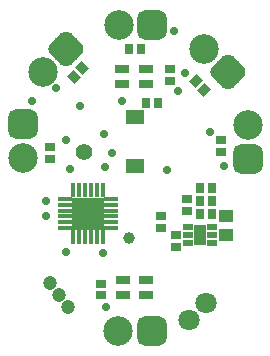
<source format=gts>
G04*
G04 #@! TF.GenerationSoftware,Altium Limited,Altium Designer,20.0.10 (225)*
G04*
G04 Layer_Color=8388736*
%FSLAX25Y25*%
%MOIN*%
G70*
G01*
G75*
%ADD33R,0.03950X0.07100*%
%ADD34R,0.03200X0.02200*%
%ADD35C,0.07099*%
%ADD36R,0.04737X0.01784*%
%ADD37R,0.01784X0.04737*%
%ADD38R,0.11036X0.11036*%
%ADD39R,0.06312X0.04540*%
G04:AMPARAMS|DCode=40|XSize=98.55mil|YSize=98.55mil|CornerRadius=26.64mil|HoleSize=0mil|Usage=FLASHONLY|Rotation=90.000|XOffset=0mil|YOffset=0mil|HoleType=Round|Shape=RoundedRectangle|*
%AMROUNDEDRECTD40*
21,1,0.09855,0.04528,0,0,90.0*
21,1,0.04528,0.09855,0,0,90.0*
1,1,0.05328,0.02264,0.02264*
1,1,0.05328,0.02264,-0.02264*
1,1,0.05328,-0.02264,-0.02264*
1,1,0.05328,-0.02264,0.02264*
%
%ADD40ROUNDEDRECTD40*%
%ADD41C,0.09855*%
G04:AMPARAMS|DCode=42|XSize=98.55mil|YSize=98.55mil|CornerRadius=26.64mil|HoleSize=0mil|Usage=FLASHONLY|Rotation=45.000|XOffset=0mil|YOffset=0mil|HoleType=Round|Shape=RoundedRectangle|*
%AMROUNDEDRECTD42*
21,1,0.09855,0.04528,0,0,45.0*
21,1,0.04528,0.09855,0,0,45.0*
1,1,0.05328,0.03202,0.00000*
1,1,0.05328,0.00000,-0.03202*
1,1,0.05328,-0.03202,0.00000*
1,1,0.05328,0.00000,0.03202*
%
%ADD42ROUNDEDRECTD42*%
G04:AMPARAMS|DCode=43|XSize=98.55mil|YSize=98.55mil|CornerRadius=26.64mil|HoleSize=0mil|Usage=FLASHONLY|Rotation=0.000|XOffset=0mil|YOffset=0mil|HoleType=Round|Shape=RoundedRectangle|*
%AMROUNDEDRECTD43*
21,1,0.09855,0.04528,0,0,0.0*
21,1,0.04528,0.09855,0,0,0.0*
1,1,0.05328,0.02264,-0.02264*
1,1,0.05328,-0.02264,-0.02264*
1,1,0.05328,-0.02264,0.02264*
1,1,0.05328,0.02264,0.02264*
%
%ADD43ROUNDEDRECTD43*%
G04:AMPARAMS|DCode=44|XSize=98.55mil|YSize=98.55mil|CornerRadius=26.64mil|HoleSize=0mil|Usage=FLASHONLY|Rotation=315.000|XOffset=0mil|YOffset=0mil|HoleType=Round|Shape=RoundedRectangle|*
%AMROUNDEDRECTD44*
21,1,0.09855,0.04528,0,0,315.0*
21,1,0.04528,0.09855,0,0,315.0*
1,1,0.05328,0.00000,-0.03202*
1,1,0.05328,-0.03202,0.00000*
1,1,0.05328,0.00000,0.03202*
1,1,0.05328,0.03202,0.00000*
%
%ADD44ROUNDEDRECTD44*%
%ADD45C,0.03950*%
%ADD46R,0.04737X0.03162*%
%ADD47R,0.04600X0.03900*%
%ADD48R,0.03162X0.03556*%
%ADD49R,0.03556X0.03162*%
G04:AMPARAMS|DCode=50|XSize=31.62mil|YSize=35.56mil|CornerRadius=0mil|HoleSize=0mil|Usage=FLASHONLY|Rotation=45.000|XOffset=0mil|YOffset=0mil|HoleType=Round|Shape=Rectangle|*
%AMROTATEDRECTD50*
4,1,4,0.00139,-0.02375,-0.02375,0.00139,-0.00139,0.02375,0.02375,-0.00139,0.00139,-0.02375,0.0*
%
%ADD50ROTATEDRECTD50*%

G04:AMPARAMS|DCode=51|XSize=31.62mil|YSize=35.56mil|CornerRadius=0mil|HoleSize=0mil|Usage=FLASHONLY|Rotation=315.000|XOffset=0mil|YOffset=0mil|HoleType=Round|Shape=Rectangle|*
%AMROTATEDRECTD51*
4,1,4,-0.02375,-0.00139,0.00139,0.02375,0.02375,0.00139,-0.00139,-0.02375,-0.02375,-0.00139,0.0*
%
%ADD51ROTATEDRECTD51*%

%ADD52C,0.02769*%
%ADD53C,0.08674*%
%ADD54C,0.04737*%
%ADD55C,0.05524*%
D33*
X61227Y36470D02*
D03*
D34*
X57127Y33870D02*
D03*
Y36470D02*
D03*
Y39070D02*
D03*
X65327D02*
D03*
Y36470D02*
D03*
Y33870D02*
D03*
D35*
X63224Y13762D02*
D03*
X57600Y8138D02*
D03*
D36*
X16025Y48478D02*
D03*
Y46509D02*
D03*
Y44541D02*
D03*
Y42572D02*
D03*
Y40604D02*
D03*
Y38635D02*
D03*
X31576D02*
D03*
Y40604D02*
D03*
Y42572D02*
D03*
Y44541D02*
D03*
Y46509D02*
D03*
Y48478D02*
D03*
D37*
X18879Y35781D02*
D03*
X20848D02*
D03*
X22816D02*
D03*
X24785D02*
D03*
X26753D02*
D03*
X28722D02*
D03*
Y51332D02*
D03*
X26753D02*
D03*
X24785D02*
D03*
X22816D02*
D03*
X20848D02*
D03*
X18879D02*
D03*
D38*
X23800Y43557D02*
D03*
D39*
X39531Y59305D02*
D03*
Y75643D02*
D03*
D40*
X2071Y73255D02*
D03*
X77154Y61864D02*
D03*
D41*
X2071Y62034D02*
D03*
X8668Y90606D02*
D03*
X34061Y106465D02*
D03*
X62476Y98540D02*
D03*
X33790Y4315D02*
D03*
X77154Y73084D02*
D03*
X2071Y73255D02*
D03*
X16602Y98540D02*
D03*
X45282Y106465D02*
D03*
X70410Y90606D02*
D03*
X45010Y4315D02*
D03*
X77154Y61864D02*
D03*
D42*
X16602Y98540D02*
D03*
D43*
X45282Y106465D02*
D03*
X45010Y4315D02*
D03*
D44*
X70410Y90606D02*
D03*
D45*
X17217Y12454D02*
D03*
X14208Y16447D02*
D03*
X11199Y20441D02*
D03*
X57600Y8138D02*
D03*
X63224Y13762D02*
D03*
X37366Y35289D02*
D03*
D46*
X35311Y91854D02*
D03*
Y86735D02*
D03*
X43185Y91854D02*
D03*
Y86735D02*
D03*
X43303Y16391D02*
D03*
Y21509D02*
D03*
X35429Y16391D02*
D03*
Y21509D02*
D03*
D47*
X69846Y36273D02*
D03*
X69845Y42719D02*
D03*
D48*
X47251Y80436D02*
D03*
X43314D02*
D03*
X37563Y98239D02*
D03*
X41500D02*
D03*
X65164Y47887D02*
D03*
X61227D02*
D03*
Y52218D02*
D03*
X65164D02*
D03*
X61227Y43557D02*
D03*
X65164D02*
D03*
D49*
X11199Y61791D02*
D03*
Y65728D02*
D03*
X68215Y67966D02*
D03*
Y64029D02*
D03*
X56897Y48281D02*
D03*
Y44344D02*
D03*
X48038Y38817D02*
D03*
Y42754D02*
D03*
X51286Y87848D02*
D03*
Y91785D02*
D03*
X28159Y20195D02*
D03*
Y16258D02*
D03*
X53023Y32533D02*
D03*
Y36470D02*
D03*
D50*
X19186Y89214D02*
D03*
X21970Y91998D02*
D03*
D51*
X59835Y87567D02*
D03*
X62619Y84783D02*
D03*
D52*
X16621Y68164D02*
D03*
X21635Y45722D02*
D03*
X25966D02*
D03*
X21635Y41391D02*
D03*
X25966D02*
D03*
X29987Y12454D02*
D03*
X64482Y70820D02*
D03*
X56306Y90338D02*
D03*
X52643Y104482D02*
D03*
X12999Y85272D02*
D03*
X21312Y79457D02*
D03*
X5269Y80958D02*
D03*
X9948Y42572D02*
D03*
X53747Y84305D02*
D03*
X50007Y58025D02*
D03*
X29534Y59108D02*
D03*
X28747Y30466D02*
D03*
X31897Y63832D02*
D03*
X69298Y59305D02*
D03*
X29141Y70033D02*
D03*
X35145Y80958D02*
D03*
X17773Y58320D02*
D03*
X16641Y30860D02*
D03*
X9751Y47789D02*
D03*
D53*
X2071Y62034D02*
D03*
X8668Y90606D02*
D03*
X34061Y106465D02*
D03*
X62476Y98540D02*
D03*
X33790Y4315D02*
D03*
X77154Y73084D02*
D03*
D54*
X17217Y12454D02*
D03*
X14208Y16447D02*
D03*
X11199Y20441D02*
D03*
D55*
X22448Y64127D02*
D03*
M02*

</source>
